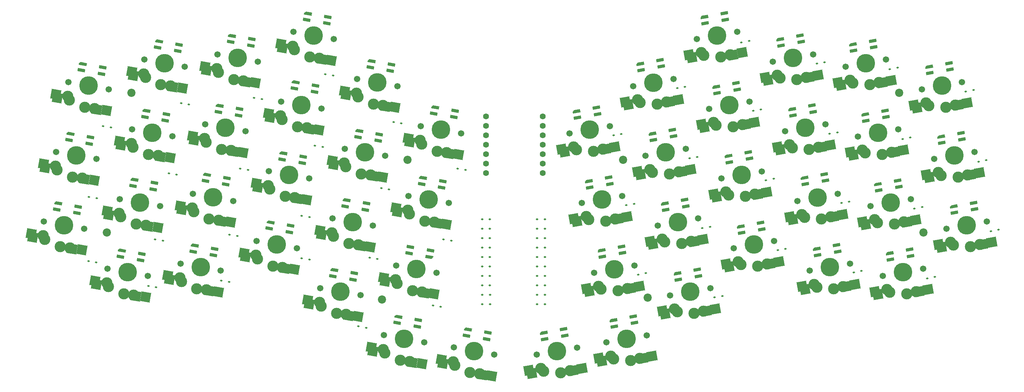
<source format=gbr>
%TF.GenerationSoftware,KiCad,Pcbnew,8.0.7*%
%TF.CreationDate,2025-02-04T22:32:57+01:00*%
%TF.ProjectId,011_rev2,3031315f-7265-4763-922e-6b696361645f,rev?*%
%TF.SameCoordinates,Original*%
%TF.FileFunction,Soldermask,Bot*%
%TF.FilePolarity,Negative*%
%FSLAX46Y46*%
G04 Gerber Fmt 4.6, Leading zero omitted, Abs format (unit mm)*
G04 Created by KiCad (PCBNEW 8.0.7) date 2025-02-04 22:32:57*
%MOMM*%
%LPD*%
G01*
G04 APERTURE LIST*
G04 Aperture macros list*
%AMRoundRect*
0 Rectangle with rounded corners*
0 $1 Rounding radius*
0 $2 $3 $4 $5 $6 $7 $8 $9 X,Y pos of 4 corners*
0 Add a 4 corners polygon primitive as box body*
4,1,4,$2,$3,$4,$5,$6,$7,$8,$9,$2,$3,0*
0 Add four circle primitives for the rounded corners*
1,1,$1+$1,$2,$3*
1,1,$1+$1,$4,$5*
1,1,$1+$1,$6,$7*
1,1,$1+$1,$8,$9*
0 Add four rect primitives between the rounded corners*
20,1,$1+$1,$2,$3,$4,$5,0*
20,1,$1+$1,$4,$5,$6,$7,0*
20,1,$1+$1,$6,$7,$8,$9,0*
20,1,$1+$1,$8,$9,$2,$3,0*%
%AMRotRect*
0 Rectangle, with rotation*
0 The origin of the aperture is its center*
0 $1 length*
0 $2 width*
0 $3 Rotation angle, in degrees counterclockwise*
0 Add horizontal line*
21,1,$1,$2,0,0,$3*%
G04 Aperture macros list end*
%ADD10C,0.100000*%
%ADD11C,1.600000*%
%ADD12C,1.701800*%
%ADD13C,3.000000*%
%ADD14C,5.000000*%
%ADD15RotRect,2.600000X2.600000X350.000000*%
%ADD16RotRect,2.600000X2.600000X10.000000*%
%ADD17C,2.200000*%
%ADD18RotRect,2.000000X0.850000X350.000000*%
%ADD19C,0.600000*%
%ADD20RotRect,2.000000X0.850000X170.000000*%
%ADD21RoundRect,0.112500X0.165116X0.143350X-0.204187X0.078232X-0.165116X-0.143350X0.204187X-0.078232X0*%
%ADD22RotRect,2.000000X0.850000X10.000000*%
%ADD23RotRect,2.000000X0.850000X190.000000*%
%ADD24RoundRect,0.112500X0.204187X0.078232X-0.165116X0.143350X-0.204187X-0.078232X0.165116X-0.143350X0*%
%ADD25RoundRect,0.112500X0.187500X0.112500X-0.187500X0.112500X-0.187500X-0.112500X0.187500X-0.112500X0*%
%ADD26RoundRect,0.112500X-0.187500X-0.112500X0.187500X-0.112500X0.187500X0.112500X-0.187500X0.112500X0*%
G04 APERTURE END LIST*
D10*
%TO.C,L34*%
X105560252Y-74175308D02*
X105430016Y-74913913D01*
X103460400Y-74566617D01*
X103521177Y-74221934D01*
X103984559Y-73897473D01*
X105560252Y-74175308D01*
G36*
X105560252Y-74175308D02*
G01*
X105430016Y-74913913D01*
X103460400Y-74566617D01*
X103521177Y-74221934D01*
X103984559Y-73897473D01*
X105560252Y-74175308D01*
G37*
%TO.C,L28*%
X102160252Y-92775308D02*
X102030016Y-93513913D01*
X100060400Y-93166617D01*
X100121177Y-92821934D01*
X100584559Y-92497473D01*
X102160252Y-92775308D01*
G36*
X102160252Y-92775308D02*
G01*
X102030016Y-93513913D01*
X100060400Y-93166617D01*
X100121177Y-92821934D01*
X100584559Y-92497473D01*
X102160252Y-92775308D01*
G37*
%TO.C,L14*%
X208021638Y-88104317D02*
X206052022Y-88451614D01*
X205991246Y-88106931D01*
X206315709Y-87643549D01*
X207891402Y-87365711D01*
X208021638Y-88104317D01*
G36*
X208021638Y-88104317D02*
G01*
X206052022Y-88451614D01*
X205991246Y-88106931D01*
X206315709Y-87643549D01*
X207891402Y-87365711D01*
X208021638Y-88104317D01*
G37*
%TO.C,L25*%
X155160252Y-121575308D02*
X155030016Y-122313913D01*
X153060400Y-121966617D01*
X153121177Y-121621934D01*
X153584559Y-121297473D01*
X155160252Y-121575308D01*
G36*
X155160252Y-121575308D02*
G01*
X155030016Y-122313913D01*
X153060400Y-121966617D01*
X153121177Y-121621934D01*
X153584559Y-121297473D01*
X155160252Y-121575308D01*
G37*
%TO.C,L37*%
X143060252Y-80775308D02*
X142930016Y-81513913D01*
X140960400Y-81166617D01*
X141021177Y-80821934D01*
X141484559Y-80497473D01*
X143060252Y-80775308D01*
G36*
X143060252Y-80775308D02*
G01*
X142930016Y-81513913D01*
X140960400Y-81166617D01*
X141021177Y-80821934D01*
X141484559Y-80497473D01*
X143060252Y-80775308D01*
G37*
%TO.C,L21*%
X228421638Y-94304317D02*
X226452022Y-94651614D01*
X226391246Y-94306931D01*
X226715709Y-93843549D01*
X228291402Y-93565711D01*
X228421638Y-94304317D01*
G36*
X228421638Y-94304317D02*
G01*
X226452022Y-94651614D01*
X226391246Y-94306931D01*
X226715709Y-93843549D01*
X228291402Y-93565711D01*
X228421638Y-94304317D01*
G37*
%TO.C,L38*%
X125960252Y-68175308D02*
X125830016Y-68913913D01*
X123860400Y-68566617D01*
X123921177Y-68221934D01*
X124384559Y-67897473D01*
X125960252Y-68175308D01*
G36*
X125960252Y-68175308D02*
G01*
X125830016Y-68913913D01*
X123860400Y-68566617D01*
X123921177Y-68221934D01*
X124384559Y-67897473D01*
X125960252Y-68175308D01*
G37*
%TO.C,L10*%
X221821638Y-56704317D02*
X219852022Y-57051614D01*
X219791246Y-56706931D01*
X220115709Y-56243549D01*
X221691402Y-55965711D01*
X221821638Y-56704317D01*
G36*
X221821638Y-56704317D02*
G01*
X219852022Y-57051614D01*
X219791246Y-56706931D01*
X220115709Y-56243549D01*
X221691402Y-55965711D01*
X221821638Y-56704317D01*
G37*
%TO.C,L26*%
X136460252Y-118175308D02*
X136330016Y-118913913D01*
X134360400Y-118566617D01*
X134421177Y-118221934D01*
X134884559Y-117897473D01*
X136460252Y-118175308D01*
G36*
X136460252Y-118175308D02*
G01*
X136330016Y-118913913D01*
X134360400Y-118566617D01*
X134421177Y-118221934D01*
X134884559Y-117897473D01*
X136460252Y-118175308D01*
G37*
%TO.C,L12*%
X187621638Y-82104317D02*
X185652022Y-82451614D01*
X185591246Y-82106931D01*
X185915709Y-81643549D01*
X187491402Y-81365711D01*
X187621638Y-82104317D01*
G36*
X187621638Y-82104317D02*
G01*
X185652022Y-82451614D01*
X185591246Y-82106931D01*
X185915709Y-81643549D01*
X187491402Y-81365711D01*
X187621638Y-82104317D01*
G37*
%TO.C,L43*%
X51660252Y-50175308D02*
X51530016Y-50913913D01*
X49560400Y-50566617D01*
X49621177Y-50221934D01*
X50084559Y-49897473D01*
X51660252Y-50175308D01*
G36*
X51660252Y-50175308D02*
G01*
X51530016Y-50913913D01*
X49560400Y-50566617D01*
X49621177Y-50221934D01*
X50084559Y-49897473D01*
X51660252Y-50175308D01*
G37*
%TO.C,L19*%
X268421638Y-101504317D02*
X266452022Y-101851614D01*
X266391246Y-101506931D01*
X266715709Y-101043549D01*
X268291402Y-100765711D01*
X268421638Y-101504317D01*
G36*
X268421638Y-101504317D02*
G01*
X266452022Y-101851614D01*
X266391246Y-101506931D01*
X266715709Y-101043549D01*
X268291402Y-100765711D01*
X268421638Y-101504317D01*
G37*
%TO.C,L48*%
X146328252Y-61830055D02*
X146198016Y-62568660D01*
X144228400Y-62221364D01*
X144289177Y-61876681D01*
X144752559Y-61552220D01*
X146328252Y-61830055D01*
G36*
X146328252Y-61830055D02*
G01*
X146198016Y-62568660D01*
X144228400Y-62221364D01*
X144289177Y-61876681D01*
X144752559Y-61552220D01*
X146328252Y-61830055D01*
G37*
%TO.C,L44*%
X72160252Y-44075308D02*
X72030016Y-44813913D01*
X70060400Y-44466617D01*
X70121177Y-44121934D01*
X70584559Y-43797473D01*
X72160252Y-44075308D01*
G36*
X72160252Y-44075308D02*
G01*
X72030016Y-44813913D01*
X70060400Y-44466617D01*
X70121177Y-44121934D01*
X70584559Y-43797473D01*
X72160252Y-44075308D01*
G37*
%TO.C,L2*%
X201421638Y-50504317D02*
X199452022Y-50851614D01*
X199391246Y-50506931D01*
X199715709Y-50043549D01*
X201291402Y-49765711D01*
X201421638Y-50504317D01*
G36*
X201421638Y-50504317D02*
G01*
X199452022Y-50851614D01*
X199391246Y-50506931D01*
X199715709Y-50043549D01*
X201291402Y-49765711D01*
X201421638Y-50504317D01*
G37*
%TO.C,L27*%
X119260252Y-105575308D02*
X119130016Y-106313913D01*
X117160400Y-105966617D01*
X117221177Y-105621934D01*
X117684559Y-105297473D01*
X119260252Y-105575308D01*
G36*
X119260252Y-105575308D02*
G01*
X119130016Y-106313913D01*
X117160400Y-105966617D01*
X117221177Y-105621934D01*
X117684559Y-105297473D01*
X119260252Y-105575308D01*
G37*
%TO.C,L32*%
X65560252Y-81275308D02*
X65430016Y-82013913D01*
X63460400Y-81666617D01*
X63521177Y-81321934D01*
X63984559Y-80997473D01*
X65560252Y-81275308D01*
G36*
X65560252Y-81275308D02*
G01*
X65430016Y-82013913D01*
X63460400Y-81666617D01*
X63521177Y-81321934D01*
X63984559Y-80997473D01*
X65560252Y-81275308D01*
G37*
%TO.C,L1*%
X184289638Y-63304317D02*
X182320022Y-63651614D01*
X182259246Y-63306931D01*
X182583709Y-62843549D01*
X184159402Y-62565711D01*
X184289638Y-63304317D01*
G36*
X184289638Y-63304317D02*
G01*
X182320022Y-63651614D01*
X182259246Y-63306931D01*
X182583709Y-62843549D01*
X184159402Y-62565711D01*
X184289638Y-63304317D01*
G37*
%TO.C,L40*%
X88460252Y-61375308D02*
X88330016Y-62113913D01*
X86360400Y-61766617D01*
X86421177Y-61421934D01*
X86884559Y-61097473D01*
X88460252Y-61375308D01*
G36*
X88460252Y-61375308D02*
G01*
X88330016Y-62113913D01*
X86360400Y-61766617D01*
X86421177Y-61421934D01*
X86884559Y-61097473D01*
X88460252Y-61375308D01*
G37*
%TO.C,L23*%
X194221638Y-119504317D02*
X192252022Y-119851614D01*
X192191246Y-119506931D01*
X192515709Y-119043549D01*
X194091402Y-118765711D01*
X194221638Y-119504317D01*
G36*
X194221638Y-119504317D02*
G01*
X192252022Y-119851614D01*
X192191246Y-119506931D01*
X192515709Y-119043549D01*
X194091402Y-118765711D01*
X194221638Y-119504317D01*
G37*
%TO.C,L24*%
X175521638Y-122904317D02*
X173552022Y-123251614D01*
X173491246Y-122906931D01*
X173815709Y-122443549D01*
X175391402Y-122165711D01*
X175521638Y-122904317D01*
G36*
X175521638Y-122904317D02*
G01*
X173552022Y-123251614D01*
X173491246Y-122906931D01*
X173815709Y-122443549D01*
X175391402Y-122165711D01*
X175521638Y-122904317D01*
G37*
%TO.C,L41*%
X68760252Y-62775308D02*
X68630016Y-63513913D01*
X66660400Y-63166617D01*
X66721177Y-62821934D01*
X67184559Y-62497473D01*
X68760252Y-62775308D01*
G36*
X68760252Y-62775308D02*
G01*
X68630016Y-63513913D01*
X66660400Y-63166617D01*
X66721177Y-62821934D01*
X67184559Y-62497473D01*
X68760252Y-62775308D01*
G37*
%TO.C,L9*%
X242221638Y-62704317D02*
X240252022Y-63051614D01*
X240191246Y-62706931D01*
X240515709Y-62243549D01*
X242091402Y-61965711D01*
X242221638Y-62704317D01*
G36*
X242221638Y-62704317D02*
G01*
X240252022Y-63051614D01*
X240191246Y-62706931D01*
X240515709Y-62243549D01*
X242091402Y-61965711D01*
X242221638Y-62704317D01*
G37*
%TO.C,L36*%
X144739600Y-102133383D02*
X144678823Y-102478066D01*
X144215441Y-102802527D01*
X142639748Y-102524692D01*
X142769984Y-101786087D01*
X144739600Y-102133383D01*
G36*
X144739600Y-102133383D02*
G01*
X144678823Y-102478066D01*
X144215441Y-102802527D01*
X142639748Y-102524692D01*
X142769984Y-101786087D01*
X144739600Y-102133383D01*
G37*
%TO.C,L22*%
X211421638Y-106904317D02*
X209452022Y-107251614D01*
X209391246Y-106906931D01*
X209715709Y-106443549D01*
X211291402Y-106165711D01*
X211421638Y-106904317D01*
G36*
X211421638Y-106904317D02*
G01*
X209452022Y-107251614D01*
X209391246Y-106906931D01*
X209715709Y-106443549D01*
X211291402Y-106165711D01*
X211421638Y-106904317D01*
G37*
%TO.C,L33*%
X85060252Y-79975308D02*
X84930016Y-80713913D01*
X82960400Y-80366617D01*
X83021177Y-80021934D01*
X83484559Y-79697473D01*
X85060252Y-79975308D01*
G36*
X85060252Y-79975308D02*
G01*
X84930016Y-80713913D01*
X82960400Y-80366617D01*
X83021177Y-80021934D01*
X83484559Y-79697473D01*
X85060252Y-79975308D01*
G37*
%TO.C,L30*%
X62160252Y-100375308D02*
X62030016Y-101113913D01*
X60060400Y-100766617D01*
X60121177Y-100421934D01*
X60584559Y-100097473D01*
X62160252Y-100375308D01*
G36*
X62160252Y-100375308D02*
G01*
X62030016Y-101113913D01*
X60060400Y-100766617D01*
X60121177Y-100421934D01*
X60584559Y-100097473D01*
X62160252Y-100375308D01*
G37*
%TO.C,L4*%
X239021638Y-43904317D02*
X237052022Y-44251614D01*
X236991246Y-43906931D01*
X237315709Y-43443549D01*
X238891402Y-43165711D01*
X239021638Y-43904317D01*
G36*
X239021638Y-43904317D02*
G01*
X237052022Y-44251614D01*
X236991246Y-43906931D01*
X237315709Y-43443549D01*
X238891402Y-43165711D01*
X239021638Y-43904317D01*
G37*
%TO.C,L13*%
X191021638Y-100704317D02*
X189052022Y-101051614D01*
X188991246Y-100706931D01*
X189315709Y-100243549D01*
X190891402Y-99965711D01*
X191021638Y-100704317D01*
G36*
X191021638Y-100704317D02*
G01*
X189052022Y-101051614D01*
X188991246Y-100706931D01*
X189315709Y-100243549D01*
X190891402Y-99965711D01*
X191021638Y-100704317D01*
G37*
%TO.C,L47*%
X129260252Y-49375308D02*
X129130016Y-50113913D01*
X127160400Y-49766617D01*
X127221177Y-49421934D01*
X127684559Y-49097473D01*
X129260252Y-49375308D01*
G36*
X129260252Y-49375308D02*
G01*
X129130016Y-50113913D01*
X127160400Y-49766617D01*
X127221177Y-49421934D01*
X127684559Y-49097473D01*
X129260252Y-49375308D01*
G37*
%TO.C,L29*%
X81760252Y-98975308D02*
X81630016Y-99713913D01*
X79660400Y-99366617D01*
X79721177Y-99021934D01*
X80184559Y-98697473D01*
X81760252Y-98975308D01*
G36*
X81760252Y-98975308D02*
G01*
X81630016Y-99713913D01*
X79660400Y-99366617D01*
X79721177Y-99021934D01*
X80184559Y-98697473D01*
X81760252Y-98975308D01*
G37*
%TO.C,L31*%
X45060252Y-87630055D02*
X44930016Y-88368660D01*
X42960400Y-88021364D01*
X43021177Y-87676681D01*
X43484559Y-87352220D01*
X45060252Y-87630055D01*
G36*
X45060252Y-87630055D02*
G01*
X44930016Y-88368660D01*
X42960400Y-88021364D01*
X43021177Y-87676681D01*
X43484559Y-87352220D01*
X45060252Y-87630055D01*
G37*
%TO.C,L45*%
X91760252Y-42575308D02*
X91630016Y-43313913D01*
X89660400Y-42966617D01*
X89721177Y-42621934D01*
X90184559Y-42297473D01*
X91760252Y-42575308D01*
G36*
X91760252Y-42575308D02*
G01*
X91630016Y-43313913D01*
X89660400Y-42966617D01*
X89721177Y-42621934D01*
X90184559Y-42297473D01*
X91760252Y-42575308D01*
G37*
%TO.C,L17*%
X265221638Y-82904317D02*
X263252022Y-83251614D01*
X263191246Y-82906931D01*
X263515709Y-82443549D01*
X265091402Y-82165711D01*
X265221638Y-82904317D01*
G36*
X265221638Y-82904317D02*
G01*
X263252022Y-83251614D01*
X263191246Y-82906931D01*
X263515709Y-82443549D01*
X265091402Y-82165711D01*
X265221638Y-82904317D01*
G37*
%TO.C,L20*%
X248821638Y-100304317D02*
X246852022Y-100651614D01*
X246791246Y-100306931D01*
X247115709Y-99843549D01*
X248691402Y-99565711D01*
X248821638Y-100304317D01*
G36*
X248821638Y-100304317D02*
G01*
X246852022Y-100651614D01*
X246791246Y-100306931D01*
X247115709Y-99843549D01*
X248691402Y-99565711D01*
X248821638Y-100304317D01*
G37*
%TO.C,L5*%
X258521638Y-45304317D02*
X256552022Y-45651614D01*
X256491246Y-45306931D01*
X256815709Y-44843549D01*
X258391402Y-44565711D01*
X258521638Y-45304317D01*
G36*
X258521638Y-45304317D02*
G01*
X256552022Y-45651614D01*
X256491246Y-45306931D01*
X256815709Y-44843549D01*
X258391402Y-44565711D01*
X258521638Y-45304317D01*
G37*
%TO.C,L8*%
X261821638Y-64123117D02*
X259852022Y-64470414D01*
X259791246Y-64125731D01*
X260115709Y-63662349D01*
X261691402Y-63384511D01*
X261821638Y-64123117D01*
G36*
X261821638Y-64123117D02*
G01*
X259852022Y-64470414D01*
X259791246Y-64125731D01*
X260115709Y-63662349D01*
X261691402Y-63384511D01*
X261821638Y-64123117D01*
G37*
%TO.C,L46*%
X112160252Y-36575308D02*
X112030016Y-37313913D01*
X110060400Y-36966617D01*
X110121177Y-36621934D01*
X110584559Y-36297473D01*
X112160252Y-36575308D01*
G36*
X112160252Y-36575308D02*
G01*
X112030016Y-37313913D01*
X110060400Y-36966617D01*
X110121177Y-36621934D01*
X110584559Y-36297473D01*
X112160252Y-36575308D01*
G37*
%TO.C,L6*%
X278989638Y-51304317D02*
X277020022Y-51651614D01*
X276959246Y-51306931D01*
X277283709Y-50843549D01*
X278859402Y-50565711D01*
X278989638Y-51304317D01*
G36*
X278989638Y-51304317D02*
G01*
X277020022Y-51651614D01*
X276959246Y-51306931D01*
X277283709Y-50843549D01*
X278859402Y-50565711D01*
X278989638Y-51304317D01*
G37*
%TO.C,L42*%
X48360252Y-68975308D02*
X48230016Y-69713913D01*
X46260400Y-69366617D01*
X46321177Y-69021934D01*
X46784559Y-68697473D01*
X48360252Y-68975308D01*
G36*
X48360252Y-68975308D02*
G01*
X48230016Y-69713913D01*
X46260400Y-69366617D01*
X46321177Y-69021934D01*
X46784559Y-68697473D01*
X48360252Y-68975308D01*
G37*
%TO.C,L39*%
X108860252Y-55075308D02*
X108730016Y-55813913D01*
X106760400Y-55466617D01*
X106821177Y-55121934D01*
X107284559Y-54797473D01*
X108860252Y-55075308D01*
G36*
X108860252Y-55075308D02*
G01*
X108730016Y-55813913D01*
X106760400Y-55466617D01*
X106821177Y-55121934D01*
X107284559Y-54797473D01*
X108860252Y-55075308D01*
G37*
%TO.C,L18*%
X285621638Y-88904317D02*
X283652022Y-89251614D01*
X283591246Y-88906931D01*
X283915709Y-88443549D01*
X285491402Y-88165711D01*
X285621638Y-88904317D01*
G36*
X285621638Y-88904317D02*
G01*
X283652022Y-89251614D01*
X283591246Y-88906931D01*
X283915709Y-88443549D01*
X285491402Y-88165711D01*
X285621638Y-88904317D01*
G37*
%TO.C,L15*%
X225121638Y-75304317D02*
X223152022Y-75651614D01*
X223091246Y-75306931D01*
X223415709Y-74843549D01*
X224991402Y-74565711D01*
X225121638Y-75304317D01*
G36*
X225121638Y-75304317D02*
G01*
X223152022Y-75651614D01*
X223091246Y-75306931D01*
X223415709Y-74843549D01*
X224991402Y-74565711D01*
X225121638Y-75304317D01*
G37*
%TO.C,L35*%
X122560252Y-86775308D02*
X122430016Y-87513913D01*
X120460400Y-87166617D01*
X120521177Y-86821934D01*
X120984559Y-86497473D01*
X122560252Y-86775308D01*
G36*
X122560252Y-86775308D02*
G01*
X122430016Y-87513913D01*
X120460400Y-87166617D01*
X120521177Y-86821934D01*
X120984559Y-86497473D01*
X122560252Y-86775308D01*
G37*
%TO.C,L7*%
X282221638Y-70104317D02*
X280252022Y-70451614D01*
X280191246Y-70106931D01*
X280515709Y-69643549D01*
X282091402Y-69365711D01*
X282221638Y-70104317D01*
G36*
X282221638Y-70104317D02*
G01*
X280252022Y-70451614D01*
X280191246Y-70106931D01*
X280515709Y-69643549D01*
X282091402Y-69365711D01*
X282221638Y-70104317D01*
G37*
%TO.C,L3*%
X218621638Y-37904317D02*
X216652022Y-38251614D01*
X216591246Y-37906931D01*
X216915709Y-37443549D01*
X218491402Y-37165711D01*
X218621638Y-37904317D01*
G36*
X218621638Y-37904317D02*
G01*
X216652022Y-38251614D01*
X216591246Y-37906931D01*
X216915709Y-37443549D01*
X218491402Y-37165711D01*
X218621638Y-37904317D01*
G37*
%TO.C,L11*%
X204689638Y-69304317D02*
X202720022Y-69651614D01*
X202659246Y-69306931D01*
X202983709Y-68843549D01*
X204559402Y-68565711D01*
X204689638Y-69304317D01*
G36*
X204689638Y-69304317D02*
G01*
X202720022Y-69651614D01*
X202659246Y-69306931D01*
X202983709Y-68843549D01*
X204559402Y-68565711D01*
X204689638Y-69304317D01*
G37*
%TO.C,L16*%
X245521638Y-81204317D02*
X243552022Y-81551614D01*
X243491246Y-81206931D01*
X243815709Y-80743549D01*
X245391402Y-80465711D01*
X245521638Y-81204317D01*
G36*
X245521638Y-81204317D02*
G01*
X243552022Y-81551614D01*
X243491246Y-81206931D01*
X243815709Y-80743549D01*
X245391402Y-80465711D01*
X245521638Y-81204317D01*
G37*
%TD*%
D11*
%TO.C,M1*%
X159000000Y-64487000D03*
X159000000Y-67027000D03*
X159000000Y-69567000D03*
X159000000Y-72107000D03*
X159000000Y-74647000D03*
X159000000Y-77187000D03*
X159000000Y-79727000D03*
X174235000Y-79727000D03*
X174235000Y-77187000D03*
X174235000Y-74647000D03*
X174235000Y-72107000D03*
X174235000Y-69567000D03*
X174235000Y-67027000D03*
X174235000Y-64487000D03*
%TD*%
D12*
%TO.C,RC6-2*%
X134826740Y-104660488D03*
D13*
X134659281Y-108489582D03*
X135093880Y-109480097D03*
D14*
X140243183Y-105615553D03*
D13*
X139218659Y-111425919D03*
X141805206Y-111729683D03*
D12*
X145659626Y-106570618D03*
D15*
X131434036Y-107920884D03*
X131868637Y-108911400D03*
X142443904Y-111994617D03*
X145030453Y-112298381D03*
%TD*%
D12*
%TO.C,RC0-4*%
X181396741Y-69054877D03*
D13*
X182549008Y-72710322D03*
X183296176Y-73492460D03*
D14*
X186813184Y-68099812D03*
D13*
X187837708Y-73910178D03*
X190372161Y-73310971D03*
D12*
X192229627Y-67144747D03*
D16*
X179323763Y-73279020D03*
X180070931Y-74061158D03*
X191062954Y-73341480D03*
X193597407Y-72742276D03*
%TD*%
D12*
%TO.C,RC6-5*%
X279334677Y-75965622D03*
D13*
X280486944Y-79621067D03*
X281234112Y-80403205D03*
D14*
X284751120Y-75010557D03*
D13*
X285775644Y-80820923D03*
X288310097Y-80221716D03*
D12*
X290167563Y-74055492D03*
D16*
X277261699Y-80189765D03*
X278008867Y-80971903D03*
X289000890Y-80252225D03*
X291535343Y-79653021D03*
%TD*%
D12*
%TO.C,RC1-0*%
X46812798Y-55289470D03*
D13*
X46645339Y-59118564D03*
X47079938Y-60109079D03*
D14*
X52229241Y-56244535D03*
D13*
X51204717Y-62054901D03*
X53791264Y-62358665D03*
D12*
X57645684Y-57199600D03*
D15*
X43420094Y-58549866D03*
X43854695Y-59540382D03*
X54429962Y-62623599D03*
X57016511Y-62927363D03*
%TD*%
D12*
%TO.C,RC1-6*%
X205119325Y-93887760D03*
D13*
X206271592Y-97543205D03*
X207018760Y-98325343D03*
D14*
X210535768Y-92932695D03*
D13*
X211560292Y-98743061D03*
X214094745Y-98143854D03*
D12*
X215952211Y-91977630D03*
D16*
X203046347Y-98111903D03*
X203793515Y-98894041D03*
X214785538Y-98174363D03*
X217319991Y-97575159D03*
%TD*%
D12*
%TO.C,RC1-3*%
X76890978Y-104116788D03*
D13*
X76723519Y-107945882D03*
X77158118Y-108936397D03*
D14*
X82307421Y-105071853D03*
D13*
X81282897Y-110882219D03*
X83869444Y-111185983D03*
D12*
X87723864Y-106026918D03*
D15*
X73498274Y-107377184D03*
X73932875Y-108367700D03*
X84508142Y-111450917D03*
X87094691Y-111754681D03*
%TD*%
D12*
%TO.C,RC6-1*%
X138134738Y-85899900D03*
D13*
X137967279Y-89728994D03*
X138401878Y-90719509D03*
D14*
X143551181Y-86854965D03*
D13*
X142526657Y-92665331D03*
X145113204Y-92969095D03*
D12*
X148967624Y-87810030D03*
D15*
X134742034Y-89160296D03*
X135176635Y-90150812D03*
X145751902Y-93234029D03*
X148338451Y-93537793D03*
%TD*%
D12*
%TO.C,RC6-4*%
X276026679Y-57205035D03*
D13*
X277178946Y-60860480D03*
X277926114Y-61642618D03*
D14*
X281443122Y-56249970D03*
D13*
X282467646Y-62060336D03*
X285002099Y-61461129D03*
D12*
X286859565Y-55294905D03*
D16*
X273953701Y-61429178D03*
X274700869Y-62211316D03*
X285692892Y-61491638D03*
X288227345Y-60892434D03*
%TD*%
D12*
%TO.C,RC2-4*%
X215609919Y-43678293D03*
D13*
X216762186Y-47333738D03*
X217509354Y-48115876D03*
D14*
X221026362Y-42723228D03*
D13*
X222050886Y-48533594D03*
X224585339Y-47934387D03*
D12*
X226442805Y-41768163D03*
D16*
X213536941Y-47902436D03*
X214284109Y-48684574D03*
X225276132Y-47964896D03*
X227810585Y-47365692D03*
%TD*%
D12*
%TO.C,RC4-7*%
X245948499Y-106032353D03*
D13*
X247100766Y-109687798D03*
X247847934Y-110469936D03*
D14*
X251364942Y-105077288D03*
D13*
X252389466Y-110887654D03*
X254923919Y-110288447D03*
D12*
X256781385Y-104122223D03*
D16*
X243875521Y-110256496D03*
X244622689Y-111038634D03*
X255614712Y-110318956D03*
X258149165Y-109719752D03*
%TD*%
D12*
%TO.C,RC5-1*%
X121028149Y-73211608D03*
D13*
X120860690Y-77040702D03*
X121295289Y-78031217D03*
D14*
X126444592Y-74166673D03*
D13*
X125420068Y-79977039D03*
X128006615Y-80280803D03*
D12*
X131861035Y-75121738D03*
D15*
X117635445Y-76472004D03*
X118070046Y-77462520D03*
X128645313Y-80545737D03*
X131231862Y-80849501D03*
%TD*%
D17*
%TO.C,H2*%
X57083274Y-95766726D03*
%TD*%
D12*
%TO.C,RC2-6*%
X222225914Y-81199469D03*
D13*
X223378181Y-84854914D03*
X224125349Y-85637052D03*
D14*
X227642357Y-80244404D03*
D13*
X228666881Y-86054770D03*
X231201334Y-85455563D03*
D12*
X233058800Y-79289339D03*
D16*
X220152936Y-85423612D03*
X220900104Y-86205750D03*
X231892127Y-85486072D03*
X234426580Y-84886868D03*
%TD*%
D12*
%TO.C,RC0-3*%
X57303391Y-105498937D03*
D13*
X57135932Y-109328031D03*
X57570531Y-110318546D03*
D14*
X62719834Y-106454002D03*
D13*
X61695310Y-112264368D03*
X64281857Y-112568132D03*
D12*
X68136277Y-107409067D03*
D15*
X53910687Y-108759333D03*
X54345288Y-109749849D03*
X64920555Y-112833066D03*
X67507104Y-113136830D03*
%TD*%
D12*
%TO.C,RC1-5*%
X201811328Y-75127173D03*
D13*
X202963595Y-78782618D03*
X203710763Y-79564756D03*
D14*
X207227771Y-74172108D03*
D13*
X208252295Y-79982474D03*
X210786748Y-79383267D03*
D12*
X212644214Y-73217043D03*
D16*
X199738350Y-79351316D03*
X200485518Y-80133454D03*
X211477541Y-79413776D03*
X214011994Y-78814572D03*
%TD*%
D12*
%TO.C,RC5-2*%
X117720151Y-91972196D03*
D13*
X117552692Y-95801290D03*
X117987291Y-96791805D03*
D14*
X123136594Y-92927261D03*
D13*
X122112070Y-98737627D03*
X124698617Y-99041391D03*
D12*
X128553037Y-93882326D03*
D15*
X114327447Y-95232592D03*
X114762048Y-96223108D03*
X125337315Y-99306325D03*
X127923864Y-99610089D03*
%TD*%
D12*
%TO.C,RC0-6*%
X188012737Y-106576052D03*
D13*
X189165004Y-110231497D03*
X189912172Y-111013635D03*
D14*
X193429180Y-105620987D03*
D13*
X194453704Y-111431353D03*
X196988157Y-110832146D03*
D12*
X198845623Y-104665922D03*
D16*
X185939759Y-110800195D03*
X186686927Y-111582333D03*
X197678950Y-110862655D03*
X200213403Y-110263451D03*
%TD*%
D12*
%TO.C,RC2-3*%
X97305565Y-98044492D03*
D13*
X97138106Y-101873586D03*
X97572705Y-102864101D03*
D14*
X102722008Y-98999557D03*
D13*
X101697484Y-104809923D03*
X104284031Y-105113687D03*
D12*
X108138451Y-99954622D03*
D15*
X93912861Y-101304888D03*
X94347462Y-102295404D03*
X104922729Y-105378621D03*
X107509278Y-105682385D03*
%TD*%
D12*
%TO.C,RC0-1*%
X43504800Y-74050058D03*
D13*
X43337341Y-77879152D03*
X43771940Y-78869667D03*
D14*
X48921243Y-75005123D03*
D13*
X47896719Y-80815489D03*
X50483266Y-81119253D03*
D12*
X54337686Y-75960188D03*
D15*
X40112096Y-77310454D03*
X40546697Y-78300970D03*
X51121964Y-81384187D03*
X53708513Y-81687951D03*
%TD*%
D12*
%TO.C,RC3-5*%
X239332503Y-68511177D03*
D13*
X240484770Y-72166622D03*
X241231938Y-72948760D03*
D14*
X244748946Y-67556112D03*
D13*
X245773470Y-73366478D03*
X248307923Y-72767271D03*
D12*
X250165389Y-66601047D03*
D16*
X237259525Y-72735320D03*
X238006693Y-73517458D03*
X248998716Y-72797780D03*
X251533169Y-72198576D03*
%TD*%
D17*
%TO.C,H5*%
X195763651Y-76197972D03*
%TD*%
%TO.C,H1*%
X63683650Y-58163971D03*
%TD*%
D12*
%TO.C,RC3-2*%
X80198976Y-85356200D03*
D13*
X80031517Y-89185294D03*
X80466116Y-90175809D03*
D14*
X85615419Y-86311265D03*
D13*
X84590895Y-92121631D03*
X87177442Y-92425395D03*
D12*
X91031862Y-87266330D03*
D15*
X76806272Y-88616596D03*
X77240873Y-89607112D03*
X87816140Y-92690329D03*
X90402689Y-92994093D03*
%TD*%
D12*
%TO.C,RC1-7*%
X191353325Y-125338054D03*
D13*
X192505592Y-128993499D03*
X193252760Y-129775637D03*
D14*
X196769768Y-124382989D03*
D13*
X197794292Y-130193355D03*
X200328745Y-129594148D03*
D12*
X202186211Y-123427924D03*
D16*
X189280347Y-129562197D03*
X190027515Y-130344335D03*
X201019538Y-129624657D03*
X203553991Y-129025453D03*
%TD*%
D12*
%TO.C,RC6-3*%
X150301322Y-126690800D03*
D13*
X150133863Y-130519894D03*
X150568462Y-131510409D03*
D14*
X155717765Y-127645865D03*
D13*
X154693241Y-133456231D03*
X157279788Y-133759995D03*
D12*
X161134208Y-128600930D03*
D15*
X146908618Y-129951196D03*
X147343219Y-130941712D03*
X157918486Y-134024929D03*
X160505035Y-134328693D03*
%TD*%
D12*
%TO.C,RC4-1*%
X103921560Y-60523317D03*
D13*
X103754101Y-64352411D03*
X104188700Y-65342926D03*
D14*
X109338003Y-61478382D03*
D13*
X108313479Y-67288748D03*
X110900026Y-67592512D03*
D12*
X114754446Y-62433447D03*
D15*
X100528856Y-63783713D03*
X100963457Y-64774229D03*
X111538724Y-67857446D03*
X114125273Y-68161210D03*
%TD*%
D12*
%TO.C,RC1-4*%
X198503330Y-56366585D03*
D13*
X199655597Y-60022030D03*
X200402765Y-60804168D03*
D14*
X203919773Y-55411520D03*
D13*
X204944297Y-61221886D03*
X207478750Y-60622679D03*
D12*
X209336216Y-54456455D03*
D16*
X196430352Y-60590728D03*
X197177520Y-61372866D03*
X208169543Y-60653188D03*
X210703996Y-60053984D03*
%TD*%
D12*
%TO.C,RC4-6*%
X265536086Y-107414502D03*
D13*
X266688353Y-111069947D03*
X267435521Y-111852085D03*
D14*
X270952529Y-106459437D03*
D13*
X271977053Y-112269803D03*
X274511506Y-111670596D03*
D12*
X276368972Y-105504372D03*
D16*
X263463108Y-111638645D03*
X264210276Y-112420783D03*
X275202299Y-111701105D03*
X277736752Y-111101901D03*
%TD*%
D12*
%TO.C,RC3-1*%
X83506974Y-66595613D03*
D13*
X83339515Y-70424707D03*
X83774114Y-71415222D03*
D14*
X88923417Y-67550678D03*
D13*
X87898893Y-73361044D03*
X90485440Y-73664808D03*
D12*
X94339860Y-68505743D03*
D15*
X80114270Y-69856009D03*
X80548871Y-70846525D03*
X91124138Y-73929742D03*
X93710687Y-74233506D03*
%TD*%
D12*
%TO.C,RC5-3*%
X131540734Y-123382802D03*
D13*
X131373275Y-127211896D03*
X131807874Y-128202411D03*
D14*
X136957177Y-124337867D03*
D13*
X135932653Y-130148233D03*
X138519200Y-130451997D03*
D12*
X142373620Y-125292932D03*
D15*
X128148030Y-126643198D03*
X128582631Y-127633714D03*
X139157898Y-130716931D03*
X141744447Y-131020695D03*
%TD*%
D12*
%TO.C,RC4-3*%
X114412154Y-110732784D03*
D13*
X114244695Y-114561878D03*
X114679294Y-115552393D03*
D14*
X119828597Y-111687849D03*
D13*
X118804073Y-117498215D03*
X121390620Y-117801979D03*
D12*
X125245040Y-112642914D03*
D15*
X111019450Y-113993180D03*
X111454051Y-114983696D03*
X122029318Y-118066913D03*
X124615867Y-118370677D03*
%TD*%
D17*
%TO.C,H3*%
X137851650Y-76197971D03*
%TD*%
D12*
%TO.C,RC1-2*%
X60611389Y-86738349D03*
D13*
X60443930Y-90567443D03*
X60878529Y-91557958D03*
D14*
X66027832Y-87693414D03*
D13*
X65003308Y-93503780D03*
X67589855Y-93807544D03*
D12*
X71444275Y-88648479D03*
D15*
X57218685Y-89998745D03*
X57653286Y-90989261D03*
X68228553Y-94072478D03*
X70815102Y-94376242D03*
%TD*%
D12*
%TO.C,RC2-7*%
X208427323Y-112648348D03*
D13*
X209579590Y-116303793D03*
X210326758Y-117085931D03*
D14*
X213843766Y-111693283D03*
D13*
X214868290Y-117503649D03*
X217402743Y-116904442D03*
D12*
X219260209Y-110738218D03*
D16*
X206354345Y-116872491D03*
X207101513Y-117654629D03*
X218093536Y-116934951D03*
X220627989Y-116335747D03*
%TD*%
D17*
%TO.C,H7*%
X269931650Y-58166726D03*
%TD*%
D12*
%TO.C,RC2-1*%
X63919387Y-67977762D03*
D13*
X63751928Y-71806856D03*
X64186527Y-72797371D03*
D14*
X69335830Y-68932827D03*
D13*
X68311306Y-74743193D03*
X70897853Y-75046957D03*
D12*
X74752273Y-69887892D03*
D15*
X60526683Y-71238158D03*
X60961284Y-72228674D03*
X71536551Y-75311891D03*
X74123100Y-75615655D03*
%TD*%
D12*
%TO.C,RC5-4*%
X255612092Y-51132739D03*
D13*
X256764359Y-54788184D03*
X257511527Y-55570322D03*
D14*
X261028535Y-50177674D03*
D13*
X262053059Y-55988040D03*
X264587512Y-55388833D03*
D12*
X266444978Y-49222609D03*
D16*
X253539114Y-55356882D03*
X254286282Y-56139020D03*
X265278305Y-55419342D03*
X267812758Y-54820138D03*
%TD*%
D12*
%TO.C,RC5-7*%
X262228088Y-88653914D03*
D13*
X263380355Y-92309359D03*
X264127523Y-93091497D03*
D14*
X267644531Y-87698849D03*
D13*
X268669055Y-93509215D03*
X271203508Y-92910008D03*
D12*
X273060974Y-86743784D03*
D16*
X260155110Y-92878057D03*
X260902278Y-93660195D03*
X271894301Y-92940517D03*
X274428754Y-92341313D03*
%TD*%
D12*
%TO.C,RC4-5*%
X282642675Y-94726210D03*
D13*
X283794942Y-98381655D03*
X284542110Y-99163793D03*
D14*
X288059118Y-93771145D03*
D13*
X289083642Y-99581511D03*
X291618095Y-98982304D03*
D12*
X293475561Y-92816080D03*
D16*
X280569697Y-98950353D03*
X281316865Y-99732491D03*
X292308888Y-99012813D03*
X294843341Y-98413609D03*
%TD*%
D12*
%TO.C,RC5-0*%
X124336147Y-54451020D03*
D13*
X124168688Y-58280114D03*
X124603287Y-59270629D03*
D14*
X129752590Y-55406085D03*
D13*
X128728066Y-61216451D03*
X131314613Y-61520215D03*
D12*
X135169033Y-56361150D03*
D15*
X120943443Y-57711416D03*
X121378044Y-58701932D03*
X131953311Y-61785149D03*
X134539860Y-62088913D03*
%TD*%
D12*
%TO.C,RC6-0*%
X141442736Y-67139312D03*
D13*
X141275277Y-70968406D03*
X141709876Y-71958921D03*
D14*
X146859179Y-68094377D03*
D13*
X145834655Y-73904743D03*
X148421202Y-74208507D03*
D12*
X152275622Y-69049442D03*
D15*
X138050032Y-70399708D03*
X138484633Y-71390224D03*
X149059900Y-74473441D03*
X151646449Y-74777205D03*
%TD*%
D12*
%TO.C,RC2-0*%
X67227384Y-49217174D03*
D13*
X67059925Y-53046268D03*
X67494524Y-54036783D03*
D14*
X72643827Y-50172239D03*
D13*
X71619303Y-55982605D03*
X74205850Y-56286369D03*
D12*
X78060270Y-51127304D03*
D15*
X63834680Y-52477570D03*
X64269281Y-53468086D03*
X74844548Y-56551303D03*
X77431097Y-56855067D03*
%TD*%
D17*
%TO.C,H8*%
X276483274Y-95766726D03*
%TD*%
D12*
%TO.C,RC0-2*%
X40196802Y-92810646D03*
D13*
X40029343Y-96639740D03*
X40463942Y-97630255D03*
D14*
X45613245Y-93765711D03*
D13*
X44588721Y-99576077D03*
X47175268Y-99879841D03*
D12*
X51029688Y-94720776D03*
D15*
X36804098Y-96071042D03*
X37238699Y-97061558D03*
X47813966Y-100144775D03*
X50400515Y-100448539D03*
%TD*%
D12*
%TO.C,RC3-7*%
X225533912Y-99960057D03*
D13*
X226686179Y-103615502D03*
X227433347Y-104397640D03*
D14*
X230950355Y-99004992D03*
D13*
X231974879Y-104815358D03*
X234509332Y-104216151D03*
D12*
X236366798Y-98049927D03*
D16*
X223460934Y-104184200D03*
X224208102Y-104966338D03*
X235200125Y-104246660D03*
X237734578Y-103647456D03*
%TD*%
D12*
%TO.C,RC2-5*%
X218917916Y-62438881D03*
D13*
X220070183Y-66094326D03*
X220817351Y-66876464D03*
D14*
X224334359Y-61483816D03*
D13*
X225358883Y-67294182D03*
X227893336Y-66694975D03*
D12*
X229750802Y-60528751D03*
D16*
X216844938Y-66663024D03*
X217592106Y-67445162D03*
X228584129Y-66725484D03*
X231118582Y-66126280D03*
%TD*%
D12*
%TO.C,RC4-2*%
X100613563Y-79283904D03*
D13*
X100446104Y-83112998D03*
X100880703Y-84103513D03*
D14*
X106030006Y-80238969D03*
D13*
X105005482Y-86049335D03*
X107592029Y-86353099D03*
D12*
X111446449Y-81194034D03*
D15*
X97220859Y-82544300D03*
X97655460Y-83534816D03*
X108230727Y-86618033D03*
X110817276Y-86921797D03*
%TD*%
D17*
%TO.C,H4*%
X130993650Y-113789973D03*
%TD*%
%TO.C,H6*%
X202367650Y-113281972D03*
%TD*%
D12*
%TO.C,RC4-0*%
X107229558Y-41762729D03*
D13*
X107062099Y-45591823D03*
X107496698Y-46582338D03*
D14*
X112646001Y-42717794D03*
D13*
X111621477Y-48528160D03*
X114208024Y-48831924D03*
D12*
X118062444Y-43672859D03*
D15*
X103836854Y-45023125D03*
X104271455Y-46013641D03*
X114846722Y-49096858D03*
X117433271Y-49400622D03*
%TD*%
D12*
%TO.C,RC3-4*%
X236024505Y-49750589D03*
D13*
X237176772Y-53406034D03*
X237923940Y-54188172D03*
D14*
X241440948Y-48795524D03*
D13*
X242465472Y-54605890D03*
X244999925Y-54006683D03*
D12*
X246857391Y-47840459D03*
D16*
X233951527Y-53974732D03*
X234698695Y-54756870D03*
X245690718Y-54037192D03*
X248225171Y-53437988D03*
%TD*%
D12*
%TO.C,RC0-7*%
X172592737Y-128646052D03*
D13*
X173745004Y-132301497D03*
X174492172Y-133083635D03*
D14*
X178009180Y-127690987D03*
D13*
X179033704Y-133501353D03*
X181568157Y-132902146D03*
D12*
X183425623Y-126735922D03*
D16*
X170519759Y-132870195D03*
X171266927Y-133652333D03*
X182258950Y-132932655D03*
X184793403Y-132333451D03*
%TD*%
D12*
%TO.C,RC3-6*%
X242640501Y-87271765D03*
D13*
X243792768Y-90927210D03*
X244539936Y-91709348D03*
D14*
X248056944Y-86316700D03*
D13*
X249081468Y-92127066D03*
X251615921Y-91527859D03*
D12*
X253473387Y-85361635D03*
D16*
X240567523Y-91495908D03*
X241314691Y-92278046D03*
X252306714Y-91558368D03*
X254841167Y-90959164D03*
%TD*%
D12*
%TO.C,RC3-0*%
X86814972Y-47835025D03*
D13*
X86647513Y-51664119D03*
X87082112Y-52654634D03*
D14*
X92231415Y-48790090D03*
D13*
X91206891Y-54600456D03*
X93793438Y-54904220D03*
D12*
X97647858Y-49745155D03*
D15*
X83422268Y-51095421D03*
X83856869Y-52085937D03*
X94432136Y-55169154D03*
X97018685Y-55472918D03*
%TD*%
D12*
%TO.C,RC0-5*%
X184704739Y-87815464D03*
D13*
X185857006Y-91470909D03*
X186604174Y-92253047D03*
D14*
X190121182Y-86860399D03*
D13*
X191145706Y-92670765D03*
X193680159Y-92071558D03*
D12*
X195537625Y-85905334D03*
D16*
X182631761Y-92039607D03*
X183378929Y-92821745D03*
X194370952Y-92102067D03*
X196905405Y-91502863D03*
%TD*%
D12*
%TO.C,RC5-6*%
X258920090Y-69893326D03*
D13*
X260072357Y-73548771D03*
X260819525Y-74330909D03*
D14*
X264336533Y-68938261D03*
D13*
X265361057Y-74748627D03*
X267895510Y-74149420D03*
D12*
X269752976Y-67983196D03*
D16*
X256847112Y-74117469D03*
X257594280Y-74899607D03*
X268586303Y-74179929D03*
X271120756Y-73580725D03*
%TD*%
D18*
%TO.C,L34*%
X109877528Y-75317345D03*
D19*
X104998389Y-74482407D03*
D20*
X104157201Y-76085695D03*
D19*
X109032000Y-76945252D03*
D20*
X109573644Y-77040758D03*
%TD*%
D21*
%TO.C,D45*%
X296634048Y-95017669D03*
X294565952Y-95382331D03*
%TD*%
D18*
%TO.C,L28*%
X106477528Y-93917345D03*
D19*
X101598389Y-93082407D03*
D20*
X100757201Y-94685695D03*
D19*
X105632000Y-95545252D03*
D20*
X106173644Y-95640758D03*
%TD*%
D22*
%TO.C,L14*%
X212338914Y-86962280D03*
D19*
X207468457Y-87846459D03*
D23*
X207226356Y-89640758D03*
D19*
X212101154Y-88781200D03*
D23*
X212642799Y-88685695D03*
%TD*%
D18*
%TO.C,L25*%
X159477528Y-122717345D03*
D19*
X154598389Y-121882407D03*
D20*
X153757201Y-123485695D03*
D19*
X158632000Y-124345252D03*
D20*
X159173644Y-124440758D03*
%TD*%
D18*
%TO.C,L37*%
X147377528Y-81917345D03*
D19*
X142498389Y-81082407D03*
D20*
X141657201Y-82685695D03*
D19*
X146532000Y-83545252D03*
D20*
X147073644Y-83640758D03*
%TD*%
D22*
%TO.C,L21*%
X232738914Y-93162280D03*
D19*
X227868457Y-94046459D03*
D23*
X227626356Y-95840758D03*
D19*
X232501154Y-94981200D03*
D23*
X233042799Y-94885695D03*
%TD*%
D24*
%TO.C,D50*%
X136234048Y-66404662D03*
X134165952Y-66040000D03*
%TD*%
D25*
%TO.C,DI3*%
X160020000Y-99822000D03*
X157920000Y-99822000D03*
%TD*%
D26*
%TO.C,D17*%
X172710000Y-115062000D03*
X174810000Y-115062000D03*
%TD*%
D21*
%TO.C,D54*%
X269534048Y-51417669D03*
X267465952Y-51782331D03*
%TD*%
%TO.C,D27*%
X222434048Y-112817669D03*
X220365952Y-113182331D03*
%TD*%
D18*
%TO.C,L38*%
X130277528Y-69317345D03*
D19*
X125398389Y-68482407D03*
D20*
X124557201Y-70085695D03*
D19*
X129432000Y-70945252D03*
D20*
X129973644Y-71040758D03*
%TD*%
D24*
%TO.C,D60*%
X153434048Y-78922331D03*
X151365952Y-78557669D03*
%TD*%
%TO.C,D51*%
X132934048Y-84182331D03*
X130865952Y-83817669D03*
%TD*%
D21*
%TO.C,D46*%
X279534048Y-107717669D03*
X277465952Y-108082331D03*
%TD*%
D24*
%TO.C,D31*%
X95014048Y-78922331D03*
X92945952Y-78557669D03*
%TD*%
D21*
%TO.C,D47*%
X259834048Y-106117669D03*
X257765952Y-106482331D03*
%TD*%
%TO.C,D16*%
X219134048Y-94217669D03*
X217065952Y-94582331D03*
%TD*%
D26*
%TO.C,DS7*%
X172710000Y-109982000D03*
X174810000Y-109982000D03*
%TD*%
D22*
%TO.C,L10*%
X226138914Y-55562280D03*
D19*
X221268457Y-56446459D03*
D23*
X221026356Y-58240758D03*
D19*
X225901154Y-57381200D03*
D23*
X226442799Y-57285695D03*
%TD*%
D18*
%TO.C,L26*%
X140777528Y-119317345D03*
D19*
X135898389Y-118482407D03*
D20*
X135057201Y-120085695D03*
D19*
X139932000Y-120945252D03*
D20*
X140473644Y-121040758D03*
%TD*%
D21*
%TO.C,D35*%
X253334048Y-68817669D03*
X251265952Y-69182331D03*
%TD*%
D22*
%TO.C,L12*%
X191938914Y-80962280D03*
D19*
X187068457Y-81846459D03*
D23*
X186826356Y-83640758D03*
D19*
X191701154Y-82781200D03*
D23*
X192242799Y-82685695D03*
%TD*%
D26*
%TO.C,DS6*%
X172710000Y-107442000D03*
X174810000Y-107442000D03*
%TD*%
%TO.C,DS0*%
X172710000Y-92202000D03*
X174810000Y-92202000D03*
%TD*%
D18*
%TO.C,L43*%
X55977528Y-51317345D03*
D19*
X51098389Y-50482407D03*
D20*
X50257201Y-52085695D03*
D19*
X55132000Y-52945252D03*
D20*
X55673644Y-53040758D03*
%TD*%
D25*
%TO.C,D63*%
X160078000Y-115062000D03*
X157978000Y-115062000D03*
%TD*%
D26*
%TO.C,DS3*%
X172710000Y-99822000D03*
X174810000Y-99822000D03*
%TD*%
D22*
%TO.C,L19*%
X272738914Y-100362280D03*
D19*
X267868457Y-101246459D03*
D23*
X267626356Y-103040758D03*
D19*
X272501154Y-102181200D03*
D23*
X273042799Y-102085695D03*
%TD*%
D26*
%TO.C,D7*%
X172710000Y-112522000D03*
X174810000Y-112522000D03*
%TD*%
D25*
%TO.C,D53*%
X160078000Y-112522000D03*
X157978000Y-112522000D03*
%TD*%
D18*
%TO.C,L48*%
X150645528Y-62972092D03*
D19*
X145766389Y-62137154D03*
D20*
X144925201Y-63740442D03*
D19*
X149800000Y-64599999D03*
D20*
X150341644Y-64695505D03*
%TD*%
D21*
%TO.C,D24*%
X229634048Y-44217669D03*
X227565952Y-44582331D03*
%TD*%
D18*
%TO.C,L44*%
X76477528Y-45217345D03*
D19*
X71598389Y-44382407D03*
D20*
X70757201Y-45985695D03*
D19*
X75632000Y-46845252D03*
D20*
X76173644Y-46940758D03*
%TD*%
D24*
%TO.C,D21*%
X75834048Y-80192331D03*
X73765952Y-79827669D03*
%TD*%
D22*
%TO.C,L2*%
X205738914Y-49362280D03*
D19*
X200868457Y-50246459D03*
D23*
X200626356Y-52040758D03*
D19*
X205501154Y-51181200D03*
D23*
X206042799Y-51085695D03*
%TD*%
D18*
%TO.C,L27*%
X123577528Y-106717345D03*
D19*
X118698389Y-105882407D03*
D20*
X117857201Y-107485695D03*
D19*
X122732000Y-108345252D03*
D20*
X123273644Y-108440758D03*
%TD*%
D18*
%TO.C,L32*%
X69877528Y-82417345D03*
D19*
X64998389Y-81582407D03*
D20*
X64157201Y-83185695D03*
D19*
X69032000Y-84045252D03*
D20*
X69573644Y-84140758D03*
%TD*%
D24*
%TO.C,D52*%
X129758980Y-102870000D03*
X127690884Y-102505338D03*
%TD*%
D22*
%TO.C,L1*%
X188606914Y-62162280D03*
D19*
X183736457Y-63046459D03*
D23*
X183494356Y-64840758D03*
D19*
X188369154Y-63981200D03*
D23*
X188910799Y-63885695D03*
%TD*%
D18*
%TO.C,L40*%
X92777528Y-62517345D03*
D19*
X87898389Y-61682407D03*
D20*
X87057201Y-63285695D03*
D19*
X91932000Y-64145252D03*
D20*
X92473644Y-64240758D03*
%TD*%
D22*
%TO.C,L23*%
X198538914Y-118362280D03*
D19*
X193668457Y-119246459D03*
D23*
X193426356Y-121040758D03*
D19*
X198301154Y-120181200D03*
D23*
X198842799Y-120085695D03*
%TD*%
D21*
%TO.C,D36*%
X256534048Y-87417669D03*
X254465952Y-87782331D03*
%TD*%
D22*
%TO.C,L24*%
X179838914Y-121762280D03*
D19*
X174968457Y-122646459D03*
D23*
X174726356Y-124440758D03*
D19*
X179601154Y-123581200D03*
D23*
X180142799Y-123485695D03*
%TD*%
D21*
%TO.C,D26*%
X236234048Y-81317669D03*
X234165952Y-81682331D03*
%TD*%
D18*
%TO.C,L41*%
X73077528Y-63917345D03*
D19*
X68198389Y-63082407D03*
D20*
X67357201Y-64685695D03*
D19*
X72232000Y-65545252D03*
D20*
X72773644Y-65640758D03*
%TD*%
D25*
%TO.C,DI4*%
X160020000Y-102362000D03*
X157920000Y-102362000D03*
%TD*%
D21*
%TO.C,D65*%
X293334048Y-76317669D03*
X291265952Y-76682331D03*
%TD*%
D22*
%TO.C,L9*%
X246538914Y-61562280D03*
D19*
X241668457Y-62446459D03*
D23*
X241426356Y-64240758D03*
D19*
X246301154Y-63381200D03*
D23*
X246842799Y-63285695D03*
%TD*%
D24*
%TO.C,D12*%
X72154048Y-97972331D03*
X70085952Y-97607669D03*
%TD*%
D21*
%TO.C,D15*%
X215734048Y-75417669D03*
X213665952Y-75782331D03*
%TD*%
D20*
%TO.C,L36*%
X138322472Y-101382655D03*
D19*
X143201611Y-102217593D03*
D18*
X144042799Y-100614305D03*
D19*
X139168000Y-99754748D03*
D18*
X138626356Y-99659242D03*
%TD*%
D22*
%TO.C,L22*%
X215738914Y-105762280D03*
D19*
X210868457Y-106646459D03*
D23*
X210626356Y-108440758D03*
D19*
X215501154Y-107581200D03*
D23*
X216042799Y-107485695D03*
%TD*%
D21*
%TO.C,D5*%
X198734048Y-88017669D03*
X196665952Y-88382331D03*
%TD*%
%TO.C,D25*%
X232834048Y-62617669D03*
X230765952Y-62982331D03*
%TD*%
%TO.C,D56*%
X272934048Y-70217669D03*
X270865952Y-70582331D03*
%TD*%
D24*
%TO.C,D41*%
X115098096Y-72754662D03*
X113030000Y-72390000D03*
%TD*%
D18*
%TO.C,L33*%
X89377528Y-81117345D03*
D19*
X84498389Y-80282407D03*
D20*
X83657201Y-81885695D03*
D19*
X88532000Y-82745252D03*
D20*
X89073644Y-82840758D03*
%TD*%
D21*
%TO.C,D37*%
X239434048Y-100117669D03*
X237365952Y-100482331D03*
%TD*%
D26*
%TO.C,DS5*%
X172710000Y-104902000D03*
X174810000Y-104902000D03*
%TD*%
D18*
%TO.C,L30*%
X66477528Y-101517345D03*
D19*
X61598389Y-100682407D03*
D20*
X60757201Y-102285695D03*
D19*
X65632000Y-103145252D03*
D20*
X66173644Y-103240758D03*
%TD*%
D22*
%TO.C,L4*%
X243338914Y-42762280D03*
D19*
X238468457Y-43646459D03*
D23*
X238226356Y-45440758D03*
D19*
X243101154Y-44581200D03*
D23*
X243642799Y-44485695D03*
%TD*%
D22*
%TO.C,L13*%
X195338914Y-99562280D03*
D19*
X190468457Y-100446459D03*
D23*
X190226356Y-102240758D03*
D19*
X195101154Y-101381200D03*
D23*
X195642799Y-101285695D03*
%TD*%
D24*
%TO.C,D2*%
X54234048Y-103782331D03*
X52165952Y-103417669D03*
%TD*%
D18*
%TO.C,L47*%
X133577528Y-50517345D03*
D19*
X128698389Y-49682407D03*
D20*
X127857201Y-51285695D03*
D19*
X132732000Y-52145252D03*
D20*
X133273644Y-52240758D03*
%TD*%
D21*
%TO.C,D14*%
X212434048Y-56517669D03*
X210365952Y-56882331D03*
%TD*%
D18*
%TO.C,L29*%
X86077528Y-100117345D03*
D19*
X81198389Y-99282407D03*
D20*
X80357201Y-100885695D03*
D19*
X85232000Y-101745252D03*
D20*
X85773644Y-101840758D03*
%TD*%
D18*
%TO.C,L31*%
X49377528Y-88772092D03*
D19*
X44498389Y-87937154D03*
D20*
X43657201Y-89540442D03*
D19*
X48532000Y-90399999D03*
D20*
X49073644Y-90495505D03*
%TD*%
D21*
%TO.C,D64*%
X289934048Y-57417669D03*
X287865952Y-57782331D03*
%TD*%
D24*
%TO.C,D23*%
X111524048Y-103052331D03*
X109455952Y-102687669D03*
%TD*%
%TO.C,D42*%
X111524048Y-91622331D03*
X109455952Y-91257669D03*
%TD*%
%TO.C,D3*%
X70334048Y-110490000D03*
X68265952Y-110125338D03*
%TD*%
D18*
%TO.C,L45*%
X96077528Y-43717345D03*
D19*
X91198389Y-42882407D03*
D20*
X90357201Y-44485695D03*
D19*
X95232000Y-45345252D03*
D20*
X95773644Y-45440758D03*
%TD*%
D22*
%TO.C,L17*%
X269538914Y-81762280D03*
D19*
X264668457Y-82646459D03*
D23*
X264426356Y-84440758D03*
D19*
X269301154Y-83581200D03*
D23*
X269842799Y-83485695D03*
%TD*%
D25*
%TO.C,DI1*%
X160020000Y-94742000D03*
X157920000Y-94742000D03*
%TD*%
%TO.C,DI6*%
X160020000Y-107442000D03*
X157920000Y-107442000D03*
%TD*%
D22*
%TO.C,L20*%
X253138914Y-99162280D03*
D19*
X248268457Y-100046459D03*
D23*
X248026356Y-101840758D03*
D19*
X252901154Y-100981200D03*
D23*
X253442799Y-100885695D03*
%TD*%
D25*
%TO.C,DI7*%
X160020000Y-109982000D03*
X157920000Y-109982000D03*
%TD*%
D22*
%TO.C,L5*%
X262838914Y-44162280D03*
D19*
X257968457Y-45046459D03*
D23*
X257726356Y-46840758D03*
D19*
X262601154Y-45981200D03*
D23*
X263142799Y-45885695D03*
%TD*%
D24*
%TO.C,D32*%
X92134048Y-96702331D03*
X90065952Y-96337669D03*
%TD*%
D22*
%TO.C,L8*%
X266138914Y-62981080D03*
D19*
X261268457Y-63865259D03*
D23*
X261026356Y-65659558D03*
D19*
X265901154Y-64800000D03*
D23*
X266442799Y-64704495D03*
%TD*%
D26*
%TO.C,DS1*%
X172710000Y-94742000D03*
X174810000Y-94742000D03*
%TD*%
D24*
%TO.C,D61*%
X149624048Y-97972331D03*
X147555952Y-97607669D03*
%TD*%
D18*
%TO.C,L46*%
X116477528Y-37717345D03*
D19*
X111598389Y-36882407D03*
D20*
X110757201Y-38485695D03*
D19*
X115632000Y-39345252D03*
D20*
X116173644Y-39440758D03*
%TD*%
D22*
%TO.C,L6*%
X283306914Y-50162280D03*
D19*
X278436457Y-51046459D03*
D23*
X278194356Y-52840758D03*
D19*
X283069154Y-51981200D03*
D23*
X283610799Y-51885695D03*
%TD*%
D18*
%TO.C,L42*%
X52677528Y-70117345D03*
D19*
X47798389Y-69282407D03*
D20*
X46957201Y-70885695D03*
D19*
X51832000Y-71745252D03*
D20*
X52373644Y-71840758D03*
%TD*%
D18*
%TO.C,L39*%
X113177528Y-56217345D03*
D19*
X108298389Y-55382407D03*
D20*
X107457201Y-56985695D03*
D19*
X112332000Y-57845252D03*
D20*
X112873644Y-57940758D03*
%TD*%
D24*
%TO.C,D40*%
X117874048Y-53522331D03*
X115805952Y-53157669D03*
%TD*%
D21*
%TO.C,D6*%
X201909116Y-106704188D03*
X199841020Y-107068850D03*
%TD*%
%TO.C,D34*%
X249934048Y-49917669D03*
X247865952Y-50282331D03*
%TD*%
D25*
%TO.C,DI0*%
X160020000Y-92202000D03*
X157920000Y-92202000D03*
%TD*%
D22*
%TO.C,L18*%
X289938914Y-87762280D03*
D19*
X285068457Y-88646459D03*
D23*
X284826356Y-90440758D03*
D19*
X289701154Y-89581200D03*
D23*
X290242799Y-89485695D03*
%TD*%
D24*
%TO.C,D1*%
X54374048Y-86542331D03*
X52305952Y-86177669D03*
%TD*%
D22*
%TO.C,L15*%
X229438914Y-74162280D03*
D19*
X224568457Y-75046459D03*
D23*
X224326356Y-76840758D03*
D19*
X229201154Y-75981200D03*
D23*
X229742799Y-75885695D03*
%TD*%
D24*
%TO.C,D30*%
X98734048Y-59872331D03*
X96665952Y-59507669D03*
%TD*%
%TO.C,D43*%
X126764048Y-121382331D03*
X124695952Y-121017669D03*
%TD*%
D25*
%TO.C,DI2*%
X160020000Y-97282000D03*
X157920000Y-97282000D03*
%TD*%
D18*
%TO.C,L35*%
X126877528Y-87917345D03*
D19*
X121998389Y-87082407D03*
D20*
X121157201Y-88685695D03*
D19*
X126032000Y-89545252D03*
D20*
X126573644Y-89640758D03*
%TD*%
D24*
%TO.C,D10*%
X58184048Y-67492331D03*
X56115952Y-67127669D03*
%TD*%
D22*
%TO.C,L7*%
X286538914Y-68962280D03*
D19*
X281668457Y-69846459D03*
D23*
X281426356Y-71640758D03*
D19*
X286301154Y-70781200D03*
D23*
X286842799Y-70685695D03*
%TD*%
D24*
%TO.C,D62*%
X146802787Y-115752331D03*
X144734691Y-115387669D03*
%TD*%
%TO.C,D13*%
X89934048Y-109082331D03*
X87865952Y-108717669D03*
%TD*%
D21*
%TO.C,D57*%
X276134048Y-88917669D03*
X274065952Y-89282331D03*
%TD*%
D22*
%TO.C,L3*%
X222938914Y-36762280D03*
D19*
X218068457Y-37646459D03*
D23*
X217826356Y-39440758D03*
D19*
X222701154Y-38581200D03*
D23*
X223242799Y-38485695D03*
%TD*%
D26*
%TO.C,DS4*%
X172710000Y-102362000D03*
X174810000Y-102362000D03*
%TD*%
%TO.C,DS2*%
X172710000Y-97282000D03*
X174810000Y-97282000D03*
%TD*%
D22*
%TO.C,L11*%
X209006914Y-68162280D03*
D19*
X204136457Y-69046459D03*
D23*
X203894356Y-70840758D03*
D19*
X208769154Y-69981200D03*
D23*
X209310799Y-69885695D03*
%TD*%
D24*
%TO.C,D20*%
X79134048Y-61324662D03*
X77065952Y-60960000D03*
%TD*%
D21*
%TO.C,D4*%
X195334048Y-69217669D03*
X193265952Y-69582331D03*
%TD*%
D25*
%TO.C,DI5*%
X160020000Y-104902000D03*
X157920000Y-104902000D03*
%TD*%
D22*
%TO.C,L16*%
X249838914Y-80062280D03*
D19*
X244968457Y-80946459D03*
D23*
X244726356Y-82740758D03*
D19*
X249601154Y-81881200D03*
D23*
X250142799Y-81785695D03*
%TD*%
M02*

</source>
